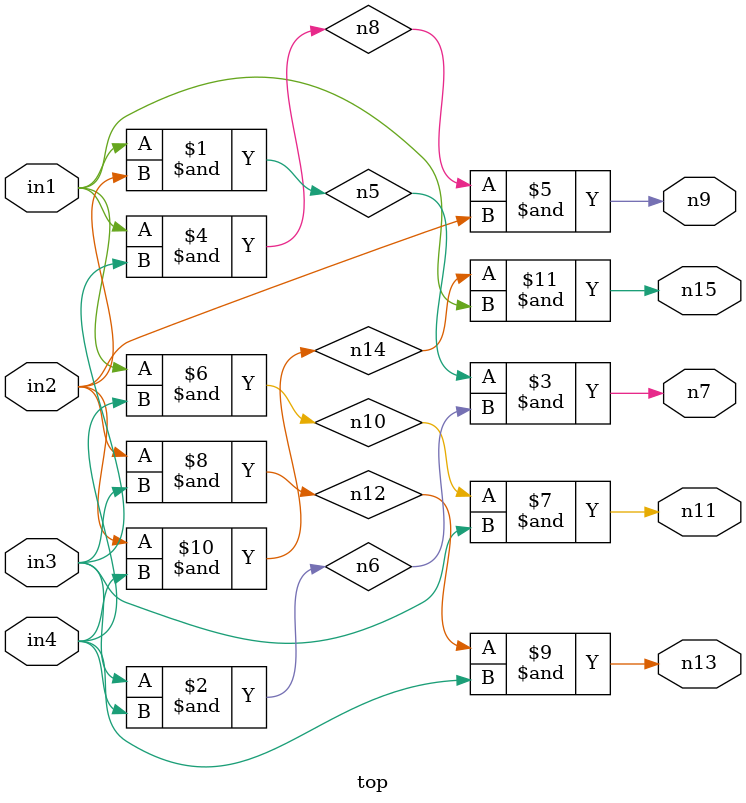
<source format=v>
module top (
    n7, n9, n11, n13, n15, in1, in2, in3, in4
);
    input in1, in2, in3, in4;
    output n7, n9, n11, n13, n15;
    wire n5, n6, n8, n10, n12, n14;
    assign  n5 = in1 & in2;
    assign  n6 = in3 & in4;
    assign  n7 =  n5 &  n6;
    assign  n8 = in1 & in3;
    assign  n9 =  n8 & in2;
    assign n10 = in1 & in4;
    assign n11 = n10 & in3;
    assign n12 = in2 & in3;
    assign n13 = n12 & in4;
    assign n14 = in2 & in4;
    assign n15 = n14 & in1;
endmodule
</source>
